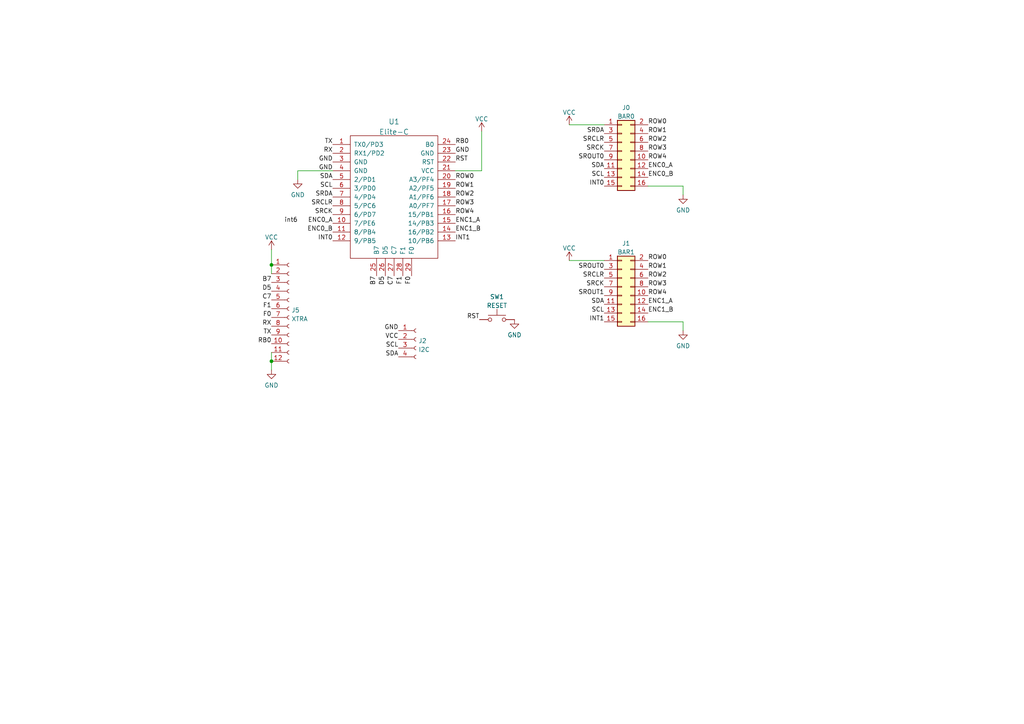
<source format=kicad_sch>
(kicad_sch (version 20211123) (generator eeschema)
  (paper "A4")
  (lib_symbols
    (symbol "Connector:Conn_01x04_Female" (pin_names (offset 1.016) hide)
      (property "Reference" "J" (at 0 5.08 0))
      (property "Value" "Conn_01x04_Female" (at 0 -7.62 0))
      (symbol "Conn_01x04_Female_1_1"
        (arc (start 0 -4.572) (mid -0.508 -5.08) (end 0 -5.588) (stroke (width 0.1524)))
        (arc (start 0 -2.032) (mid -0.508 -2.54) (end 0 -3.048) (stroke (width 0.1524)))
        (polyline (pts (xy -1.27 -5.08) (xy -0.508 -5.08)) (stroke (width 0.1524)))
        (polyline (pts (xy -1.27 -2.54) (xy -0.508 -2.54)) (stroke (width 0.1524)))
        (polyline (pts (xy -1.27 0) (xy -0.508 0)) (stroke (width 0.1524)))
        (polyline (pts (xy -1.27 2.54) (xy -0.508 2.54)) (stroke (width 0.1524)))
        (arc (start 0 0.508) (mid -0.508 0) (end 0 -0.508) (stroke (width 0.1524)))
        (arc (start 0 3.048) (mid -0.508 2.54) (end 0 2.032) (stroke (width 0.1524)))
        (pin passive line (at -5.08 2.54 0) (length 3.81) (name "Pin_1") (number "1"))
        (pin passive line (at -5.08 0 0) (length 3.81) (name "Pin_2") (number "2"))
        (pin passive line (at -5.08 -2.54 0) (length 3.81) (name "Pin_3") (number "3"))
        (pin passive line (at -5.08 -5.08 0) (length 3.81) (name "Pin_4") (number "4"))
      )
    )
    (symbol "Connector:Conn_01x12_Female" (pin_names (offset 1.016) hide)
      (property "Reference" "J" (at 0 15.24 0))
      (property "Value" "Conn_01x12_Female" (at 0 -17.78 0))
      (symbol "Conn_01x12_Female_1_1"
        (arc (start 0 -14.732) (mid -0.508 -15.24) (end 0 -15.748) (stroke (width 0.1524)))
        (arc (start 0 -12.192) (mid -0.508 -12.7) (end 0 -13.208) (stroke (width 0.1524)))
        (arc (start 0 -9.652) (mid -0.508 -10.16) (end 0 -10.668) (stroke (width 0.1524)))
        (arc (start 0 -7.112) (mid -0.508 -7.62) (end 0 -8.128) (stroke (width 0.1524)))
        (arc (start 0 -4.572) (mid -0.508 -5.08) (end 0 -5.588) (stroke (width 0.1524)))
        (arc (start 0 -2.032) (mid -0.508 -2.54) (end 0 -3.048) (stroke (width 0.1524)))
        (polyline (pts (xy -1.27 -15.24) (xy -0.508 -15.24)) (stroke (width 0.1524)))
        (polyline (pts (xy -1.27 -12.7) (xy -0.508 -12.7)) (stroke (width 0.1524)))
        (polyline (pts (xy -1.27 -10.16) (xy -0.508 -10.16)) (stroke (width 0.1524)))
        (polyline (pts (xy -1.27 -7.62) (xy -0.508 -7.62)) (stroke (width 0.1524)))
        (polyline (pts (xy -1.27 -5.08) (xy -0.508 -5.08)) (stroke (width 0.1524)))
        (polyline (pts (xy -1.27 -2.54) (xy -0.508 -2.54)) (stroke (width 0.1524)))
        (polyline (pts (xy -1.27 0) (xy -0.508 0)) (stroke (width 0.1524)))
        (polyline (pts (xy -1.27 2.54) (xy -0.508 2.54)) (stroke (width 0.1524)))
        (polyline (pts (xy -1.27 5.08) (xy -0.508 5.08)) (stroke (width 0.1524)))
        (polyline (pts (xy -1.27 7.62) (xy -0.508 7.62)) (stroke (width 0.1524)))
        (polyline (pts (xy -1.27 10.16) (xy -0.508 10.16)) (stroke (width 0.1524)))
        (polyline (pts (xy -1.27 12.7) (xy -0.508 12.7)) (stroke (width 0.1524)))
        (arc (start 0 0.508) (mid -0.508 0) (end 0 -0.508) (stroke (width 0.1524)))
        (arc (start 0 3.048) (mid -0.508 2.54) (end 0 2.032) (stroke (width 0.1524)))
        (arc (start 0 5.588) (mid -0.508 5.08) (end 0 4.572) (stroke (width 0.1524)))
        (arc (start 0 8.128) (mid -0.508 7.62) (end 0 7.112) (stroke (width 0.1524)))
        (arc (start 0 10.668) (mid -0.508 10.16) (end 0 9.652) (stroke (width 0.1524)))
        (arc (start 0 13.208) (mid -0.508 12.7) (end 0 12.192) (stroke (width 0.1524)))
        (pin passive line (at -5.08 12.7 0) (length 3.81) (name "Pin_1") (number "1"))
        (pin passive line (at -5.08 -10.16 0) (length 3.81) (name "Pin_10") (number "10"))
        (pin passive line (at -5.08 -12.7 0) (length 3.81) (name "Pin_11") (number "11"))
        (pin passive line (at -5.08 -15.24 0) (length 3.81) (name "Pin_12") (number "12"))
        (pin passive line (at -5.08 10.16 0) (length 3.81) (name "Pin_2") (number "2"))
        (pin passive line (at -5.08 7.62 0) (length 3.81) (name "Pin_3") (number "3"))
        (pin passive line (at -5.08 5.08 0) (length 3.81) (name "Pin_4") (number "4"))
        (pin passive line (at -5.08 2.54 0) (length 3.81) (name "Pin_5") (number "5"))
        (pin passive line (at -5.08 0 0) (length 3.81) (name "Pin_6") (number "6"))
        (pin passive line (at -5.08 -2.54 0) (length 3.81) (name "Pin_7") (number "7"))
        (pin passive line (at -5.08 -5.08 0) (length 3.81) (name "Pin_8") (number "8"))
        (pin passive line (at -5.08 -7.62 0) (length 3.81) (name "Pin_9") (number "9"))
      )
    )
    (symbol "Connector_Generic:Conn_02x08_Odd_Even" (pin_names (offset 1.016) hide)
      (property "Reference" "J" (at 1.27 10.16 0))
      (property "Value" "Conn_02x08_Odd_Even" (at 1.27 -12.7 0))
      (symbol "Conn_02x08_Odd_Even_1_1"
        (rectangle (start -1.27 -10.033) (end 0 -10.287) (stroke (width 0.1524)))
        (rectangle (start -1.27 -7.493) (end 0 -7.747) (stroke (width 0.1524)))
        (rectangle (start -1.27 -4.953) (end 0 -5.207) (stroke (width 0.1524)))
        (rectangle (start -1.27 -2.413) (end 0 -2.667) (stroke (width 0.1524)))
        (rectangle (start -1.27 0.127) (end 0 -0.127) (stroke (width 0.1524)))
        (rectangle (start -1.27 2.667) (end 0 2.413) (stroke (width 0.1524)))
        (rectangle (start -1.27 5.207) (end 0 4.953) (stroke (width 0.1524)))
        (rectangle (start -1.27 7.747) (end 0 7.493) (stroke (width 0.1524)))
        (rectangle (start -1.27 8.89) (end 3.81 -11.43) (stroke (width 0.254)) (fill (type background)))
        (rectangle (start 3.81 -10.033) (end 2.54 -10.287) (stroke (width 0.1524)))
        (rectangle (start 3.81 -7.493) (end 2.54 -7.747) (stroke (width 0.1524)))
        (rectangle (start 3.81 -4.953) (end 2.54 -5.207) (stroke (width 0.1524)))
        (rectangle (start 3.81 -2.413) (end 2.54 -2.667) (stroke (width 0.1524)))
        (rectangle (start 3.81 0.127) (end 2.54 -0.127) (stroke (width 0.1524)))
        (rectangle (start 3.81 2.667) (end 2.54 2.413) (stroke (width 0.1524)))
        (rectangle (start 3.81 5.207) (end 2.54 4.953) (stroke (width 0.1524)))
        (rectangle (start 3.81 7.747) (end 2.54 7.493) (stroke (width 0.1524)))
        (pin passive line (at -5.08 7.62 0) (length 3.81) (name "Pin_1") (number "1"))
        (pin passive line (at 7.62 -2.54 180) (length 3.81) (name "Pin_10") (number "10"))
        (pin passive line (at -5.08 -5.08 0) (length 3.81) (name "Pin_11") (number "11"))
        (pin passive line (at 7.62 -5.08 180) (length 3.81) (name "Pin_12") (number "12"))
        (pin passive line (at -5.08 -7.62 0) (length 3.81) (name "Pin_13") (number "13"))
        (pin passive line (at 7.62 -7.62 180) (length 3.81) (name "Pin_14") (number "14"))
        (pin passive line (at -5.08 -10.16 0) (length 3.81) (name "Pin_15") (number "15"))
        (pin passive line (at 7.62 -10.16 180) (length 3.81) (name "Pin_16") (number "16"))
        (pin passive line (at 7.62 7.62 180) (length 3.81) (name "Pin_2") (number "2"))
        (pin passive line (at -5.08 5.08 0) (length 3.81) (name "Pin_3") (number "3"))
        (pin passive line (at 7.62 5.08 180) (length 3.81) (name "Pin_4") (number "4"))
        (pin passive line (at -5.08 2.54 0) (length 3.81) (name "Pin_5") (number "5"))
        (pin passive line (at 7.62 2.54 180) (length 3.81) (name "Pin_6") (number "6"))
        (pin passive line (at -5.08 0 0) (length 3.81) (name "Pin_7") (number "7"))
        (pin passive line (at 7.62 0 180) (length 3.81) (name "Pin_8") (number "8"))
        (pin passive line (at -5.08 -2.54 0) (length 3.81) (name "Pin_9") (number "9"))
      )
    )
    (symbol "Switch:SW_Push" (pin_numbers hide) (pin_names (offset 1.016) hide)
      (property "Reference" "SW" (at 1.27 2.54 0))
      (property "Value" "SW_Push" (at 0 -1.524 0))
      (symbol "SW_Push_0_1"
        (circle (center -2.032 0) (radius 0.508))
        (polyline (pts (xy 0 1.27) (xy 0 3.048)))
        (polyline (pts (xy 2.54 1.27) (xy -2.54 1.27)))
        (circle (center 2.032 0) (radius 0.508))
        (pin passive line (at -5.08 0 0) (length 2.54) (name "1") (number "1"))
        (pin passive line (at 5.08 0 180) (length 2.54) (name "2") (number "2"))
      )
    )
    (symbol "keebio:Elite-C" (pin_names (offset 1.016))
      (property "Reference" "U" (at 0 0 0))
      (property "Value" "Elite-C" (at 0 2.54 0))
      (symbol "Elite-C_0_1"
        (rectangle (start 12.7 -19.05) (end -12.7 16.51))
      )
      (symbol "Elite-C_1_1"
        (pin input line (at -17.78 13.97 0) (length 5.08) (name "TX0/PD3") (number "1"))
        (pin input line (at -17.78 -8.89 0) (length 5.08) (name "7/PE6") (number "10"))
        (pin input line (at -17.78 -11.43 0) (length 5.08) (name "8/PB4") (number "11"))
        (pin input line (at -17.78 -13.97 0) (length 5.08) (name "9/PB5") (number "12"))
        (pin input line (at 17.78 -13.97 180) (length 5.08) (name "10/PB6") (number "13"))
        (pin input line (at 17.78 -11.43 180) (length 5.08) (name "16/PB2") (number "14"))
        (pin input line (at 17.78 -8.89 180) (length 5.08) (name "14/PB3") (number "15"))
        (pin input line (at 17.78 -6.35 180) (length 5.08) (name "15/PB1") (number "16"))
        (pin input line (at 17.78 -3.81 180) (length 5.08) (name "A0/PF7") (number "17"))
        (pin input line (at 17.78 -1.27 180) (length 5.08) (name "A1/PF6") (number "18"))
        (pin input line (at 17.78 1.27 180) (length 5.08) (name "A2/PF5") (number "19"))
        (pin input line (at -17.78 11.43 0) (length 5.08) (name "RX1/PD2") (number "2"))
        (pin input line (at 17.78 3.81 180) (length 5.08) (name "A3/PF4") (number "20"))
        (pin input line (at 17.78 6.35 180) (length 5.08) (name "VCC") (number "21"))
        (pin input line (at 17.78 8.89 180) (length 5.08) (name "RST") (number "22"))
        (pin input line (at 17.78 11.43 180) (length 5.08) (name "GND") (number "23"))
        (pin input line (at 17.78 13.97 180) (length 5.08) (name "B0") (number "24"))
        (pin input line (at -5.08 -24.13 90) (length 5.08) (name "B7") (number "25"))
        (pin input line (at -2.54 -24.13 90) (length 5.08) (name "D5") (number "26"))
        (pin input line (at 0 -24.13 90) (length 5.08) (name "C7") (number "27"))
        (pin input line (at 2.54 -24.13 90) (length 5.08) (name "F1") (number "28"))
        (pin input line (at 5.08 -24.13 90) (length 5.08) (name "F0") (number "29"))
        (pin input line (at -17.78 8.89 0) (length 5.08) (name "GND") (number "3"))
        (pin input line (at -17.78 6.35 0) (length 5.08) (name "GND") (number "4"))
        (pin input line (at -17.78 3.81 0) (length 5.08) (name "2/PD1") (number "5"))
        (pin input line (at -17.78 1.27 0) (length 5.08) (name "3/PD0") (number "6"))
        (pin input line (at -17.78 -1.27 0) (length 5.08) (name "4/PD4") (number "7"))
        (pin input line (at -17.78 -3.81 0) (length 5.08) (name "5/PC6") (number "8"))
        (pin input line (at -17.78 -6.35 0) (length 5.08) (name "6/PD7") (number "9"))
      )
    )
    (symbol "power:GND" (power) (pin_names (offset 0))
      (property "Value" "GND" (at 0 -3.81 0))
      (symbol "GND_0_1"
        (polyline (pts (xy 0 0) (xy 0 -1.27) (xy 1.27 -1.27) (xy 0 -2.54) (xy -1.27 -1.27) (xy 0 -1.27)))
      )
      (symbol "GND_1_1"
        (pin power_in line (at 0 0 270) (length 0) hide (name "GND") (number "1"))
      )
    )
    (symbol "power:VCC" (power) (pin_names (offset 0))
      (property "Value" "VCC" (at 0 3.81 0))
      (symbol "VCC_0_1"
        (polyline (pts (xy -0.762 1.27) (xy 0 2.54)))
        (polyline (pts (xy 0 0) (xy 0 2.54)))
        (polyline (pts (xy 0 2.54) (xy 0.762 1.27)))
      )
      (symbol "VCC_1_1"
        (pin power_in line (at 0 0 90) (length 0) hide (name "VCC") (number "1"))
      )
    )
  )
  (junction (at 78.74 104.775))
  (junction (at 78.74 76.835))
  (wire (pts (xy 198.12 56.515) (xy 198.12 53.975)))
  (wire (pts (xy 78.74 104.775) (xy 78.74 107.315)))
  (wire (pts (xy 175.26 75.565) (xy 165.1 75.565)))
  (wire (pts (xy 86.36 49.53) (xy 96.52 49.53)))
  (wire (pts (xy 139.7 38.1) (xy 139.7 49.53)))
  (wire (pts (xy 175.26 36.195) (xy 165.1 36.195)))
  (wire (pts (xy 198.12 53.975) (xy 187.96 53.975)))
  (wire (pts (xy 86.36 52.07) (xy 86.36 49.53)))
  (wire (pts (xy 78.74 102.235) (xy 78.74 104.775)))
  (wire (pts (xy 78.74 76.835) (xy 78.74 79.375)))
  (wire (pts (xy 78.74 72.39) (xy 78.74 76.835)))
  (wire (pts (xy 139.7 49.53) (xy 132.08 49.53)))
  (wire (pts (xy 198.12 93.345) (xy 187.96 93.345)))
  (wire (pts (xy 198.12 95.885) (xy 198.12 93.345)))
  (label "SRCLR" (at 175.26 80.645 180))
  (label "SRCLR" (at 175.26 41.275 180))
  (label "ROW2" (at 132.08 57.15 0))
  (label "F1" (at 116.84 80.01 270))
  (label "INT1" (at 132.08 69.85 0))
  (label "GND" (at 132.08 44.45 0))
  (label "SRCLR" (at 96.52 59.69 180))
  (label "SROUT1" (at 175.26 85.725 180))
  (label "RX" (at 78.74 94.615 180))
  (label "SRDA" (at 175.26 38.735 180))
  (label "ENC1_B" (at 187.96 90.805 0))
  (label "RB0" (at 132.08 41.91 0))
  (label "SRDA" (at 96.52 57.15 180))
  (label "F0" (at 78.74 92.075 180))
  (label "RST" (at 132.08 46.99 0))
  (label "ENC1_B" (at 132.08 67.31 0))
  (label "SROUT0" (at 175.26 78.105 180))
  (label "F1" (at 78.74 89.535 180))
  (label "D5" (at 78.74 84.455 180))
  (label "INT1" (at 175.26 93.345 180))
  (label "B7" (at 78.74 81.915 180))
  (label "ROW1" (at 187.96 38.735 0))
  (label "RX" (at 96.52 44.45 180))
  (label "C7" (at 78.74 86.995 180))
  (label "ROW3" (at 187.96 83.185 0))
  (label "SROUT0" (at 175.26 46.355 180))
  (label "INT0" (at 96.52 69.85 180))
  (label "B7" (at 109.22 80.01 270))
  (label "SDA" (at 96.52 52.07 180))
  (label "ENC0_B" (at 187.96 51.435 0))
  (label "ENC0_A" (at 96.52 64.77 180))
  (label "ENC1_A" (at 132.08 64.77 0))
  (label "ROW1" (at 187.96 78.105 0))
  (label "ROW2" (at 187.96 80.645 0))
  (label "TX" (at 96.52 41.91 180))
  (label "ROW0" (at 187.96 36.195 0))
  (label "ENC1_A" (at 187.96 88.265 0))
  (label "GND" (at 115.57 95.885 180))
  (label "ROW4" (at 132.08 62.23 0))
  (label "C7" (at 114.3 80.01 270))
  (label "SRCK" (at 96.52 62.23 180))
  (label "D5" (at 111.76 80.01 270))
  (label "F0" (at 119.38 80.01 270))
  (label "ROW4" (at 187.96 85.725 0))
  (label "SRCK" (at 175.26 83.185 180))
  (label "SDA" (at 175.26 88.265 180))
  (label "RB0" (at 78.74 99.695 180))
  (label "SDA" (at 115.57 103.505 180))
  (label "SCL" (at 175.26 51.435 180))
  (label "GND" (at 96.52 46.99 180))
  (label "ROW0" (at 132.08 52.07 0))
  (label "ROW3" (at 187.96 43.815 0))
  (label "ROW3" (at 132.08 59.69 0))
  (label "RST" (at 139.065 92.71 180))
  (label "ROW0" (at 187.96 75.565 0))
  (label "ENC0_A" (at 187.96 48.895 0))
  (label "SCL" (at 175.26 90.805 180))
  (label "SCL" (at 115.57 100.965 180))
  (label "SDA" (at 175.26 48.895 180))
  (label "ROW2" (at 187.96 41.275 0))
  (label "ROW1" (at 132.08 54.61 0))
  (label "SRCK" (at 175.26 43.815 180))
  (label "ROW4" (at 187.96 46.355 0))
  (label "INT0" (at 175.26 53.975 180))
  (label "VCC" (at 115.57 98.425 180))
  (label "TX" (at 78.74 97.155 180))
  (label "GND" (at 96.52 49.53 180))
  (label "int6" (at 86.36 64.77 180))
  (label "ENC0_B" (at 96.52 67.31 180))
  (label "SCL" (at 96.52 54.61 180))
  (symbol (lib_id "Switch:SW_Push") (at 144.145 92.71 0) (unit 1)
    (property "Reference" "SW1" (at 144.145 86.0892 0))
    (property "Value" "RESET" (at 144.145 88.6261 0))
    (property "Footprint" "Button_Switch_THT:SW_PUSH_6mm" (effects hide))
  )
  (symbol (lib_id "power:VCC") (at 165.1 36.195 0) (mirror y) (unit 1)
    (property "Reference" "#PWR01" (effects hide))
    (property "Value" "VCC" (at 165.1 32.6192 0))
  )
  (symbol (lib_id "power:GND") (at 198.12 56.515 0) (unit 1)
    (property "Reference" "#PWR03" (effects hide))
    (property "Value" "GND" (at 198.12 60.9584 0))
  )
  (symbol (lib_id "power:GND") (at 78.74 107.315 0) (mirror y) (unit 1)
    (property "Reference" "#PWR0105" (effects hide))
    (property "Value" "GND" (at 78.74 111.7584 0))
  )
  (symbol (lib_id "power:VCC") (at 165.1 75.565 0) (mirror y) (unit 1)
    (property "Reference" "#PWR02" (effects hide))
    (property "Value" "VCC" (at 165.1 71.9892 0))
  )
  (symbol (lib_id "Connector_Generic:Conn_02x08_Odd_Even") (at 180.34 83.185 0) (unit 1)
    (property "Reference" "J1" (at 181.61 70.5952 0))
    (property "Value" "BAR1" (at 181.61 73.1321 0))
    (property "Footprint" "Connector_IDC:IDC-Header_2x08_P2.54mm_Vertical" (effects hide))
  )
  (symbol (lib_id "power:GND") (at 86.36 52.07 0) (mirror y) (unit 1)
    (property "Reference" "#PWR0102" (effects hide))
    (property "Value" "GND" (at 86.36 56.5134 0))
  )
  (symbol (lib_id "Connector:Conn_01x04_Female") (at 120.65 98.425 0) (unit 1)
    (property "Reference" "J2" (at 121.3612 98.8603 0) (effects (justify left)))
    (property "Value" "I2C" (at 121.3612 101.3972 0) (effects (justify left)))
    (property "Footprint" "Connector_PinSocket_2.54mm:PinSocket_1x04_P2.54mm_Vertical" (effects hide))
  )
  (symbol (lib_id "Connector_Generic:Conn_02x08_Odd_Even") (at 180.34 43.815 0) (unit 1)
    (property "Reference" "J0" (at 181.61 31.2252 0))
    (property "Value" "BAR0" (at 181.61 33.7621 0))
    (property "Footprint" "Connector_IDC:IDC-Header_2x08_P2.54mm_Vertical" (effects hide))
  )
  (symbol (lib_id "Connector:Conn_01x12_Female") (at 83.82 89.535 0) (unit 1)
    (property "Reference" "J5" (at 84.5312 89.9703 0) (effects (justify left)))
    (property "Value" "XTRA" (at 84.5312 92.5072 0) (effects (justify left)))
    (property "Footprint" "Connector_PinSocket_2.54mm:PinSocket_1x12_P2.54mm_Vertical" (effects hide))
  )
  (symbol (lib_id "keebio:Elite-C") (at 114.3 55.88 0) (unit 1)
    (property "Reference" "U1" (at 114.3 35.2859 0) (effects (font (size 1.524 1.524))))
    (property "Value" "Elite-C" (at 114.3 38.2793 0) (effects (font (size 1.524 1.524))))
    (property "Footprint" "footprints:Elite-C" (effects hide))
  )
  (symbol (lib_id "power:VCC") (at 78.74 72.39 0) (unit 1)
    (property "Reference" "#PWR0104" (effects hide))
    (property "Value" "VCC" (at 78.74 68.8142 0))
  )
  (symbol (lib_id "power:GND") (at 198.12 95.885 0) (unit 1)
    (property "Reference" "#PWR04" (effects hide))
    (property "Value" "GND" (at 198.12 100.3284 0))
  )
  (symbol (lib_id "power:GND") (at 149.225 92.71 0) (unit 1)
    (property "Reference" "#PWR0101" (effects hide))
    (property "Value" "GND" (at 149.225 97.1534 0))
  )
  (symbol (lib_id "power:VCC") (at 139.7 38.1 0) (unit 1)
    (property "Reference" "#PWR0103" (effects hide))
    (property "Value" "VCC" (at 139.7 34.5242 0))
  )
)
</source>
